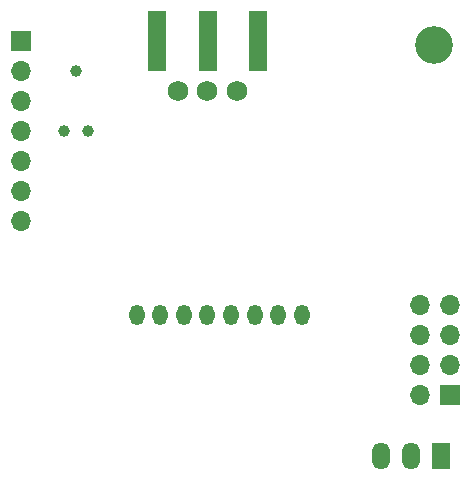
<source format=gbs>
G04 #@! TF.GenerationSoftware,KiCad,Pcbnew,(5.1.9-0-10_14)*
G04 #@! TF.CreationDate,2021-01-18T10:51:13+01:00*
G04 #@! TF.ProjectId,ithowifi,6974686f-7769-4666-992e-6b696361645f,rev?*
G04 #@! TF.SameCoordinates,Original*
G04 #@! TF.FileFunction,Soldermask,Bot*
G04 #@! TF.FilePolarity,Negative*
%FSLAX46Y46*%
G04 Gerber Fmt 4.6, Leading zero omitted, Abs format (unit mm)*
G04 Created by KiCad (PCBNEW (5.1.9-0-10_14)) date 2021-01-18 10:51:13*
%MOMM*%
%LPD*%
G01*
G04 APERTURE LIST*
%ADD10C,0.990600*%
%ADD11C,3.200000*%
%ADD12C,1.500000*%
%ADD13O,1.700000X1.700000*%
%ADD14R,1.700000X1.700000*%
%ADD15R,1.500000X5.080000*%
%ADD16C,1.750000*%
%ADD17O,1.300000X1.750000*%
%ADD18O,1.500000X2.300000*%
%ADD19R,1.500000X2.300000*%
G04 APERTURE END LIST*
D10*
X89382600Y-115417600D03*
X91414600Y-115417600D03*
X90398600Y-110337600D03*
D11*
X120650000Y-108127800D03*
D12*
X101498400Y-109347000D03*
D13*
X85725000Y-123037600D03*
X85725000Y-120497600D03*
X85725000Y-117957600D03*
X85725000Y-115417600D03*
X85725000Y-112877600D03*
X85725000Y-110337600D03*
D14*
X85725000Y-107797600D03*
D15*
X97248400Y-107848400D03*
X105748400Y-107848400D03*
X101498400Y-107848400D03*
D16*
X103989000Y-112039000D03*
X101489000Y-112039000D03*
X98989000Y-112039000D03*
D17*
X95489000Y-131039000D03*
X97489000Y-131039000D03*
X99489000Y-131039000D03*
X101489000Y-131039000D03*
X103489000Y-131039000D03*
X105489000Y-131039000D03*
X107489000Y-131039000D03*
X109489000Y-131039000D03*
D18*
X116179600Y-142951200D03*
X118719600Y-142951200D03*
D19*
X121259600Y-142951200D03*
D14*
X122047000Y-137795000D03*
D13*
X119507000Y-137795000D03*
X122047000Y-135255000D03*
X119507000Y-135255000D03*
X122047000Y-132715000D03*
X119507000Y-132715000D03*
X122047000Y-130175000D03*
X119507000Y-130175000D03*
M02*

</source>
